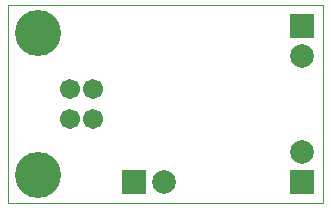
<source format=gbs>
G75*
%MOIN*%
%OFA0B0*%
%FSLAX24Y24*%
%IPPOS*%
%LPD*%
%AMOC8*
5,1,8,0,0,1.08239X$1,22.5*
%
%ADD10C,0.0000*%
%ADD11C,0.1536*%
%ADD12C,0.0670*%
%ADD13R,0.0790X0.0790*%
%ADD14C,0.0790*%
D10*
X003219Y000180D02*
X003219Y006780D01*
X013719Y006780D01*
X013719Y000180D01*
X003219Y000180D01*
D11*
X004219Y001110D03*
X004219Y005850D03*
D12*
X005282Y003972D03*
X006070Y003972D03*
X006070Y002988D03*
X005282Y002988D03*
D13*
X007419Y000880D03*
X013019Y000880D03*
X013019Y006080D03*
D14*
X013019Y005080D03*
X013019Y001880D03*
X008419Y000880D03*
M02*

</source>
